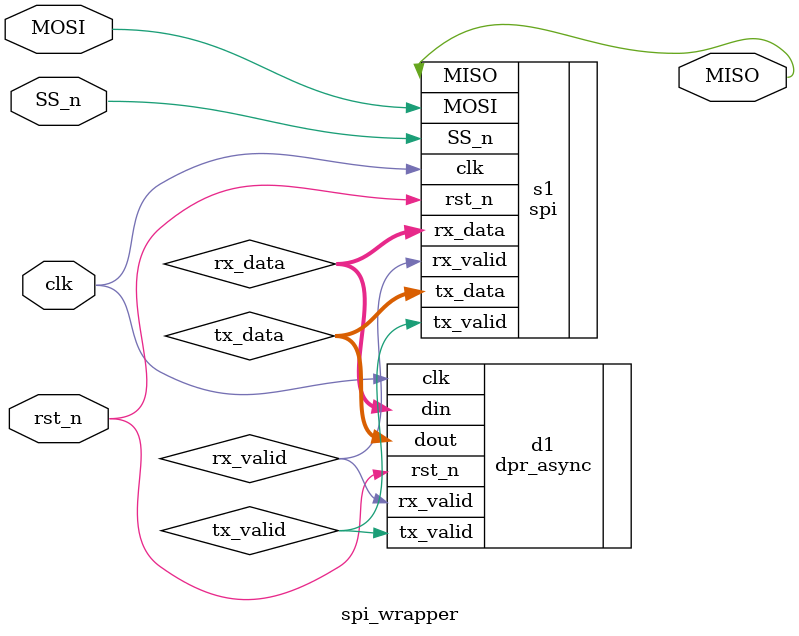
<source format=v>
module spi_wrapper(MOSI,MISO,SS_n,clk,rst_n);
	input MOSI,SS_n,clk,rst_n;
	output MISO;
 	wire rx_valid,tx_valid;
	wire [9:0] rx_data;
	wire [7:0] tx_data;
	spi s1(.rx_data(rx_data),.rx_valid(rx_valid),.clk(clk),.rst_n(rst_n),.tx_data(tx_data),.tx_valid(tx_valid),.MOSI(MOSI),.MISO(MISO),.SS_n(SS_n));
	dpr_async d1(.din(rx_data),.rx_valid(rx_valid),.dout(tx_data),.tx_valid(tx_valid),.clk(clk),.rst_n(rst_n));
endmodule

</source>
